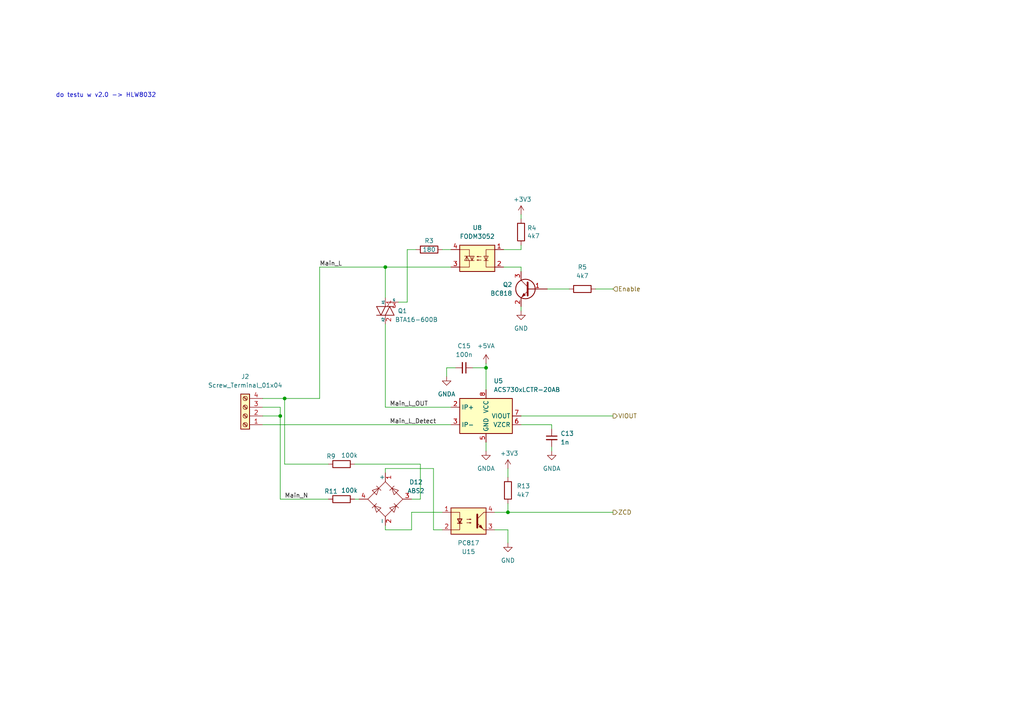
<source format=kicad_sch>
(kicad_sch (version 20231120) (generator "eeschema") (generator_version "8.0")
  (paper "A4")
  (lib_symbols
    (symbol "Connector:Screw_Terminal_01x04" (pin_names (offset 1.016) hide)
      (property "Reference" "J" (at 0 5.08 0))
      (property "Value" "Screw_Terminal_01x04" (at 0 -7.62 0))
      (symbol "Screw_Terminal_01x04_1_1"
        (rectangle (start -1.27 3.81) (end 1.27 -6.35) (stroke (width 0.254)) (fill (type background)))
        (circle (center 0 -5.08) (radius 0.635) (stroke (width 0.1524)))
        (circle (center 0 -2.54) (radius 0.635) (stroke (width 0.1524)))
        (polyline (pts (xy -0.5334 -4.7498) (xy 0.3302 -5.588)) (stroke (width 0.1524)))
        (polyline (pts (xy -0.5334 -2.2098) (xy 0.3302 -3.048)) (stroke (width 0.1524)))
        (polyline (pts (xy -0.5334 0.3302) (xy 0.3302 -0.508)) (stroke (width 0.1524)))
        (polyline (pts (xy -0.5334 2.8702) (xy 0.3302 2.032)) (stroke (width 0.1524)))
        (polyline (pts (xy -0.3556 -4.572) (xy 0.508 -5.4102)) (stroke (width 0.1524)))
        (polyline (pts (xy -0.3556 -2.032) (xy 0.508 -2.8702)) (stroke (width 0.1524)))
        (polyline (pts (xy -0.3556 0.508) (xy 0.508 -0.3302)) (stroke (width 0.1524)))
        (polyline (pts (xy -0.3556 3.048) (xy 0.508 2.2098)) (stroke (width 0.1524)))
        (circle (center 0 0) (radius 0.635) (stroke (width 0.1524)))
        (circle (center 0 2.54) (radius 0.635) (stroke (width 0.1524)))
        (pin passive line (at -5.08 2.54 0) (length 3.81) (name "Pin_1") (number "1"))
        (pin passive line (at -5.08 0 0) (length 3.81) (name "Pin_2") (number "2"))
        (pin passive line (at -5.08 -2.54 0) (length 3.81) (name "Pin_3") (number "3"))
        (pin passive line (at -5.08 -5.08 0) (length 3.81) (name "Pin_4") (number "4"))
      )
    )
    (symbol "Device:C_Small" (pin_numbers hide) (pin_names (offset 0.254) hide)
      (property "Reference" "C" (at 0.254 1.778 0))
      (property "Value" "C_Small" (at 0.254 -2.032 0))
      (symbol "C_Small_0_1"
        (polyline (pts (xy -1.524 -0.508) (xy 1.524 -0.508)) (stroke (width 0.3302)))
        (polyline (pts (xy -1.524 0.508) (xy 1.524 0.508)) (stroke (width 0.3048)))
      )
      (symbol "C_Small_1_1"
        (pin passive line (at 0 2.54 270) (length 2.032) (name "~") (number "1"))
        (pin passive line (at 0 -2.54 90) (length 2.032) (name "~") (number "2"))
      )
    )
    (symbol "Device:R" (pin_numbers hide) (pin_names (offset 0))
      (property "Reference" "R" (at 2.032 0 90))
      (property "Value" "R" (at 0 0 90))
      (symbol "R_0_1"
        (rectangle (start -1.016 -2.54) (end 1.016 2.54) (stroke (width 0.254)))
      )
      (symbol "R_1_1"
        (pin passive line (at 0 3.81 270) (length 1.27) (name "~") (number "1"))
        (pin passive line (at 0 -3.81 90) (length 1.27) (name "~") (number "2"))
      )
    )
    (symbol "Diode_Bridge:ABS2" (pin_names (offset 0))
      (property "Reference" "D" (at 2.54 6.985 0))
      (property "Value" "ABS2" (at 2.54 5.08 0))
      (symbol "ABS2_0_1"
        (polyline (pts (xy -2.54 3.81) (xy -1.27 2.54)))
        (polyline (pts (xy -1.27 -2.54) (xy -2.54 -3.81)))
        (polyline (pts (xy 2.54 -1.27) (xy 3.81 -2.54)))
        (polyline (pts (xy 2.54 1.27) (xy 3.81 2.54)))
        (polyline (pts (xy -3.81 2.54) (xy -2.54 1.27) (xy -1.905 3.175) (xy -3.81 2.54)))
        (polyline (pts (xy -2.54 -1.27) (xy -3.81 -2.54) (xy -1.905 -3.175) (xy -2.54 -1.27)))
        (polyline (pts (xy 1.27 2.54) (xy 2.54 3.81) (xy 3.175 1.905) (xy 1.27 2.54)))
        (polyline (pts (xy 3.175 -1.905) (xy 1.27 -2.54) (xy 2.54 -3.81) (xy 3.175 -1.905)))
        (polyline (pts (xy -5.08 0) (xy 0 -5.08) (xy 5.08 0) (xy 0 5.08) (xy -5.08 0)))
      )
      (symbol "ABS2_1_1"
        (pin passive line (at 7.62 0 180) (length 2.54) (name "+") (number "1"))
        (pin passive line (at -7.62 0 0) (length 2.54) (name "-") (number "2"))
        (pin passive line (at 0 -7.62 90) (length 2.54) (name "~") (number "3"))
        (pin passive line (at 0 7.62 270) (length 2.54) (name "~") (number "4"))
      )
    )
    (symbol "Isolator:PC817" (pin_names (offset 1.016))
      (property "Reference" "U" (at -5.08 5.08 0))
      (property "Value" "PC817" (at 0 5.08 0))
      (symbol "PC817_0_1"
        (rectangle (start -5.08 3.81) (end 5.08 -3.81) (stroke (width 0.254)) (fill (type background)))
        (polyline (pts (xy -3.175 -0.635) (xy -1.905 -0.635)) (stroke (width 0.254)))
        (polyline (pts (xy 2.54 0.635) (xy 4.445 2.54)))
        (polyline (pts (xy 4.445 -2.54) (xy 2.54 -0.635)) (fill (type outline)))
        (polyline (pts (xy 4.445 -2.54) (xy 5.08 -2.54)))
        (polyline (pts (xy 4.445 2.54) (xy 5.08 2.54)))
        (polyline (pts (xy -5.08 2.54) (xy -2.54 2.54) (xy -2.54 -0.635)))
        (polyline (pts (xy -2.54 -0.635) (xy -2.54 -2.54) (xy -5.08 -2.54)))
        (polyline (pts (xy 2.54 1.905) (xy 2.54 -1.905) (xy 2.54 -1.905)) (stroke (width 0.508)))
        (polyline (pts (xy -2.54 -0.635) (xy -3.175 0.635) (xy -1.905 0.635) (xy -2.54 -0.635)) (stroke (width 0.254)))
        (polyline (pts (xy -0.508 -0.508) (xy 0.762 -0.508) (xy 0.381 -0.635) (xy 0.381 -0.381) (xy 0.762 -0.508)))
        (polyline (pts (xy -0.508 0.508) (xy 0.762 0.508) (xy 0.381 0.381) (xy 0.381 0.635) (xy 0.762 0.508)))
        (polyline (pts (xy 3.048 -1.651) (xy 3.556 -1.143) (xy 4.064 -2.159) (xy 3.048 -1.651) (xy 3.048 -1.651)) (fill (type outline)))
      )
      (symbol "PC817_1_1"
        (pin passive line (at -7.62 2.54 0) (length 2.54) (name "~") (number "1"))
        (pin passive line (at -7.62 -2.54 0) (length 2.54) (name "~") (number "2"))
        (pin passive line (at 7.62 -2.54 180) (length 2.54) (name "~") (number "3"))
        (pin passive line (at 7.62 2.54 180) (length 2.54) (name "~") (number "4"))
      )
    )
    (symbol "Relay_SolidState:FODM3052"
      (property "Reference" "U" (at -5.08 5.08 0))
      (property "Value" "FODM3052" (at 0 5.08 0))
      (symbol "FODM3052_0_1"
        (rectangle (start -5.08 3.81) (end 5.08 -3.81) (stroke (width 0.254)) (fill (type background)))
        (polyline (pts (xy -3.175 -0.635) (xy -1.905 -0.635)))
        (polyline (pts (xy 1.524 -0.635) (xy 1.524 0.635)))
        (polyline (pts (xy 3.048 0.635) (xy 3.048 -0.635)))
        (polyline (pts (xy 2.286 -0.635) (xy 2.286 -2.54) (xy 5.08 -2.54)))
        (polyline (pts (xy 2.286 0.635) (xy 2.286 2.54) (xy 5.08 2.54)))
        (polyline (pts (xy -5.08 2.54) (xy -2.54 2.54) (xy -2.54 -2.54) (xy -5.08 -2.54)))
        (polyline (pts (xy -2.54 -0.635) (xy -3.175 0.635) (xy -1.905 0.635) (xy -2.54 -0.635)))
        (polyline (pts (xy 0.889 -0.635) (xy 3.683 -0.635) (xy 3.048 0.635) (xy 2.413 -0.635)))
        (polyline (pts (xy 3.683 0.635) (xy 0.889 0.635) (xy 1.524 -0.635) (xy 2.159 0.635)))
        (polyline (pts (xy -1.143 -0.508) (xy 0.127 -0.508) (xy -0.254 -0.635) (xy -0.254 -0.381) (xy 0.127 -0.508)))
        (polyline (pts (xy -1.143 0.508) (xy 0.127 0.508) (xy -0.254 0.381) (xy -0.254 0.635) (xy 0.127 0.508)))
      )
      (symbol "FODM3052_1_1"
        (pin passive line (at -7.62 2.54 0) (length 2.54) (name "~") (number "1"))
        (pin passive line (at -7.62 -2.54 0) (length 2.54) (name "~") (number "2"))
        (pin passive line (at 7.62 -2.54 180) (length 2.54) (name "~") (number "3"))
        (pin passive line (at 7.62 2.54 180) (length 2.54) (name "~") (number "4"))
      )
    )
    (symbol "Sensor_Current:ACS730xLCTR-20AB"
      (property "Reference" "U" (at -7.62 6.35 0))
      (property "Value" "ACS730xLCTR-20AB" (at 1.27 6.35 0))
      (symbol "ACS730xLCTR-20AB_0_1"
        (rectangle (start -7.62 5.08) (end 7.62 -5.08) (stroke (width 0.254)) (fill (type background)))
      )
      (symbol "ACS730xLCTR-20AB_1_1"
        (pin passive line (at -10.16 2.54 0) (length 2.54) hide (name "IP+") (number "1"))
        (pin passive line (at -10.16 2.54 0) (length 2.54) (name "IP+") (number "2"))
        (pin passive line (at -10.16 -2.54 0) (length 2.54) (name "IP-") (number "3"))
        (pin passive line (at -10.16 -2.54 0) (length 2.54) hide (name "IP-") (number "4"))
        (pin power_in line (at 0 -7.62 90) (length 2.54) (name "GND") (number "5"))
        (pin passive line (at 10.16 -2.54 180) (length 2.54) (name "VZCR") (number "6"))
        (pin output line (at 10.16 0 180) (length 2.54) (name "VIOUT") (number "7"))
        (pin power_in line (at 0 7.62 270) (length 2.54) (name "VCC") (number "8"))
      )
    )
    (symbol "Transistor_BJT:BC818" (pin_names (offset 0) hide)
      (property "Reference" "Q" (at 5.08 1.905 0))
      (property "Value" "BC818" (at 5.08 0 0))
      (symbol "BC818_0_1"
        (polyline (pts (xy 0.635 0.635) (xy 2.54 2.54)))
        (polyline (pts (xy 0.635 -0.635) (xy 2.54 -2.54) (xy 2.54 -2.54)))
        (polyline (pts (xy 0.635 1.905) (xy 0.635 -1.905) (xy 0.635 -1.905)) (stroke (width 0.508)))
        (polyline (pts (xy 1.27 -1.778) (xy 1.778 -1.27) (xy 2.286 -2.286) (xy 1.27 -1.778) (xy 1.27 -1.778)) (fill (type outline)))
        (circle (center 1.27 0) (radius 2.8194) (stroke (width 0.254)))
      )
      (symbol "BC818_1_1"
        (pin input line (at -5.08 0 0) (length 5.715) (name "B") (number "1"))
        (pin passive line (at 2.54 -5.08 90) (length 2.54) (name "E") (number "2"))
        (pin passive line (at 2.54 5.08 270) (length 2.54) (name "C") (number "3"))
      )
    )
    (symbol "Triac_Thyristor:BTA16-600B" (pin_names (offset 0))
      (property "Reference" "Q" (at 5.08 1.905 0))
      (property "Value" "BTA16-600B" (at 5.08 0 0))
      (symbol "BTA16-600B_0_1"
        (polyline (pts (xy -2.54 -1.27) (xy 2.54 -1.27)) (stroke (width 0.2032)))
        (polyline (pts (xy -2.54 1.27) (xy 2.54 1.27)) (stroke (width 0.2032)))
        (polyline (pts (xy -1.27 -2.54) (xy -0.635 -1.27)))
        (polyline (pts (xy -2.54 1.27) (xy -1.27 -1.27) (xy 0 1.27)) (stroke (width 0.2032)))
        (polyline (pts (xy 0 -1.27) (xy 1.27 1.27) (xy 2.54 -1.27)) (stroke (width 0.2032)))
      )
      (symbol "BTA16-600B_1_1"
        (pin passive line (at 0 -3.81 90) (length 2.54) (name "A1") (number "1"))
        (pin passive line (at 0 3.81 270) (length 2.54) (name "A2") (number "2"))
        (pin input line (at -3.81 -2.54 0) (length 2.54) (name "G") (number "3"))
      )
    )
    (symbol "power:+3.3V" (power) (pin_names (offset 0))
      (property "Value" "+3.3V" (at 0 3.556 0))
      (symbol "+3.3V_0_1"
        (polyline (pts (xy -0.762 1.27) (xy 0 2.54)))
        (polyline (pts (xy 0 0) (xy 0 2.54)))
        (polyline (pts (xy 0 2.54) (xy 0.762 1.27)))
      )
      (symbol "+3.3V_1_1"
        (pin power_in line (at 0 0 90) (length 0) hide (name "+3.3V") (number "1"))
      )
    )
    (symbol "power:+5VD" (power) (pin_numbers hide) (pin_names (offset 0) hide)
      (property "Value" "+5VD" (at 0 3.556 0))
      (symbol "+5VD_0_1"
        (polyline (pts (xy -0.762 1.27) (xy 0 2.54)))
        (polyline (pts (xy 0 0) (xy 0 2.54)))
        (polyline (pts (xy 0 2.54) (xy 0.762 1.27)))
      )
      (symbol "+5VD_1_1"
        (pin power_in line (at 0 0 90) (length 0) (name "~") (number "1"))
      )
    )
    (symbol "power:GND" (power) (pin_names (offset 0))
      (property "Value" "GND" (at 0 -3.81 0))
      (symbol "GND_0_1"
        (polyline (pts (xy 0 0) (xy 0 -1.27) (xy 1.27 -1.27) (xy 0 -2.54) (xy -1.27 -1.27) (xy 0 -1.27)))
      )
      (symbol "GND_1_1"
        (pin power_in line (at 0 0 270) (length 0) hide (name "GND") (number "1"))
      )
    )
  )
  (junction (at 140.97 106.68))
  (junction (at 111.76 77.47))
  (junction (at 147.32 148.59))
  (junction (at 82.55 115.57))
  (junction (at 81.28 120.65))
  (wire (pts (xy 82.55 115.57) (xy 92.71 115.57)))
  (wire (pts (xy 151.13 123.19) (xy 160.02 123.19)))
  (wire (pts (xy 118.11 72.39) (xy 120.65 72.39)))
  (wire (pts (xy 115.57 87.63) (xy 118.11 87.63)))
  (wire (pts (xy 147.32 148.59) (xy 177.8 148.59)))
  (wire (pts (xy 111.76 135.89) (xy 125.73 135.89)))
  (wire (pts (xy 81.28 120.65) (xy 81.28 144.78)))
  (wire (pts (xy 76.2 118.11) (xy 81.28 118.11)))
  (wire (pts (xy 147.32 153.67) (xy 147.32 157.48)))
  (wire (pts (xy 76.2 120.65) (xy 81.28 120.65)))
  (wire (pts (xy 160.02 129.54) (xy 160.02 130.81)))
  (wire (pts (xy 151.13 88.9) (xy 151.13 90.17)))
  (wire (pts (xy 76.2 123.19) (xy 130.81 123.19)))
  (wire (pts (xy 111.76 152.4) (xy 111.76 153.67)))
  (wire (pts (xy 160.02 123.19) (xy 160.02 124.46)))
  (wire (pts (xy 146.05 77.47) (xy 151.13 77.47)))
  (wire (pts (xy 121.92 134.62) (xy 121.92 144.78)))
  (wire (pts (xy 111.76 93.98) (xy 111.76 118.11)))
  (wire (pts (xy 143.51 148.59) (xy 147.32 148.59)))
  (wire (pts (xy 129.54 106.68) (xy 129.54 109.22)))
  (wire (pts (xy 92.71 77.47) (xy 111.76 77.47)))
  (wire (pts (xy 128.27 148.59) (xy 119.38 148.59)))
  (wire (pts (xy 172.72 83.82) (xy 177.8 83.82)))
  (wire (pts (xy 146.05 72.39) (xy 151.13 72.39)))
  (wire (pts (xy 140.97 105.41) (xy 140.97 106.68)))
  (wire (pts (xy 119.38 148.59) (xy 119.38 153.67)))
  (wire (pts (xy 82.55 115.57) (xy 82.55 134.62)))
  (wire (pts (xy 92.71 77.47) (xy 92.71 115.57)))
  (wire (pts (xy 81.28 118.11) (xy 81.28 120.65)))
  (wire (pts (xy 118.11 87.63) (xy 118.11 72.39)))
  (wire (pts (xy 111.76 77.47) (xy 111.76 86.36)))
  (wire (pts (xy 81.28 144.78) (xy 95.25 144.78)))
  (wire (pts (xy 111.76 137.16) (xy 111.76 135.89)))
  (wire (pts (xy 125.73 135.89) (xy 125.73 153.67)))
  (wire (pts (xy 143.51 153.67) (xy 147.32 153.67)))
  (wire (pts (xy 140.97 128.27) (xy 140.97 130.81)))
  (wire (pts (xy 151.13 71.12) (xy 151.13 72.39)))
  (wire (pts (xy 121.92 144.78) (xy 119.38 144.78)))
  (wire (pts (xy 137.16 106.68) (xy 140.97 106.68)))
  (wire (pts (xy 111.76 77.47) (xy 130.81 77.47)))
  (wire (pts (xy 151.13 77.47) (xy 151.13 78.74)))
  (wire (pts (xy 102.87 134.62) (xy 121.92 134.62)))
  (wire (pts (xy 119.38 153.67) (xy 111.76 153.67)))
  (wire (pts (xy 151.13 63.5) (xy 151.13 62.23)))
  (wire (pts (xy 125.73 153.67) (xy 128.27 153.67)))
  (wire (pts (xy 102.87 144.78) (xy 104.14 144.78)))
  (wire (pts (xy 140.97 106.68) (xy 140.97 113.03)))
  (wire (pts (xy 129.54 106.68) (xy 132.08 106.68)))
  (wire (pts (xy 128.27 72.39) (xy 130.81 72.39)))
  (wire (pts (xy 147.32 135.89) (xy 147.32 138.43)))
  (wire (pts (xy 111.76 118.11) (xy 130.81 118.11)))
  (wire (pts (xy 151.13 120.65) (xy 177.8 120.65)))
  (wire (pts (xy 82.55 134.62) (xy 95.25 134.62)))
  (wire (pts (xy 158.75 83.82) (xy 165.1 83.82)))
  (wire (pts (xy 147.32 146.05) (xy 147.32 148.59)))
  (wire (pts (xy 76.2 115.57) (xy 82.55 115.57)))
  (text "do testu w v2.0 -> HLW8032" (at 30.734 27.686 0) (effects (font (size 1.27 1.27))))
  (label "Main_L" (at 92.71 77.47 0))
  (label "Main_L_OUT" (at 113.03 118.11 0))
  (label "Main_N" (at 82.55 144.78 0))
  (label "Main_L_Detect" (at 113.03 123.19 0))
  (hierarchical_label "Enable" (shape input) (at 177.8 83.82 0))
  (hierarchical_label "VIOUT" (shape output) (at 177.8 120.65 0))
  (hierarchical_label "ZCD" (shape output) (at 177.8 148.59 0))
  (symbol (lib_id "Device:R") (at 99.06 144.78 90) (unit 1)
    (property "Reference" "R11" (at 96.012 142.494 90))
    (property "Value" "100k" (at 101.346 142.24 90))
    (property "Footprint" "Resistor_THT:R_Axial_DIN0207_L6.3mm_D2.5mm_P10.16mm_Horizontal" (effects (hide yes)))
    (instances (project "TempControllerMainBoard" (path "" (reference "R11") (unit 1)) (path "" (reference "R12") (unit 1))))
  )
  (symbol (lib_id "Transistor_BJT:BC818") (at 153.67 83.82 0) (mirror y) (unit 1)
    (property "Reference" "Q2" (at 148.59 82.55 0) (effects (justify left)))
    (property "Value" "BC818" (at 148.59 85.09 0) (effects (justify left)))
    (property "Footprint" "Package_TO_SOT_SMD:SOT-23" (effects (hide yes)))
    (property "Datasheet" "https://www.onsemi.com/pub/Collateral/BC818-D.pdf" (effects (hide yes)))
    (instances (project "TempControllerMainBoard" (path "" (reference "Q2") (unit 1)) (path "" (reference "Q4") (unit 1))))
  )
  (symbol (lib_id "Triac_Thyristor:BTA16-600B") (at 111.76 90.17 180) (unit 1)
    (property "Reference" "Q1" (at 118.11 90.17 0) (effects (justify left)))
    (property "Value" "BTA16-600B" (at 127 92.71 0) (effects (justify left)))
    (property "Footprint" "Package_TO_SOT_THT:TO-247-3_Horizontal_TabUp" (effects (hide yes)))
    (property "Datasheet" "https://www.st.com/resource/en/datasheet/bta16.pdf" (effects (hide yes)))
    (instances (project "TempControllerMainBoard" (path "" (reference "Q1") (unit 1)) (path "" (reference "Q3") (unit 1))))
  )
  (symbol (lib_id "Device:C_Small") (at 160.02 127 0) (unit 1)
    (property "Reference" "C13" (at 162.56 125.7362 0) (effects (justify left)))
    (property "Value" "1n" (at 162.56 128.2762 0) (effects (justify left)))
    (property "Footprint" "Capacitor_SMD:C_1206_3216Metric" (effects (hide yes)))
    (property "Description" "Unpolarized capacitor, small symbol" (effects (hide yes)))
    (instances (project "" (path "" (reference "C13") (unit 1)) (path "" (reference "C14") (unit 1))))
  )
  (symbol (lib_id "power:+3.3V") (at 147.32 135.89 0) (unit 1)
    (property "Reference" "#PWR048" (effects (hide yes)))
    (property "Value" "+3V3" (at 147.701 131.4958 0))
    (instances (project "TempControllerMainBoard" (path "" (reference "#PWR048") (unit 1)) (path "" (reference "#PWR049") (unit 1))))
  )
  (symbol (lib_id "Sensor_Current:ACS730xLCTR-20AB") (at 140.97 120.65 0) (unit 1)
    (property "Reference" "U5" (at 143.1641 110.49 0) (effects (justify left)))
    (property "Value" "ACS730xLCTR-20AB" (at 143.1641 113.03 0) (effects (justify left)))
    (property "Footprint" "Package_SO:SOIC-8_3.9x4.9mm_P1.27mm" (effects (hide yes)))
    (property "Datasheet" "http://www.allegromicro.com/~/media/Files/Datasheets/ACS730-Datasheet.ashx?la=en" (effects (hide yes)))
    (property "Description" "±20A Bidirectional Hall-Effect Current Sensor, +5.0V supply, 100mV/A, SOIC-8" (effects (hide yes)))
    (instances (project "" (path "" (reference "U5") (unit 1)) (path "" (reference "U6") (unit 1))))
  )
  (symbol (lib_id "Diode_Bridge:ABS2") (at 111.76 144.78 90) (unit 1)
    (property "Reference" "D12" (at 120.65 139.8268 90))
    (property "Value" "ABS2" (at 120.65 142.3668 90))
    (property "Footprint" "Diode_SMD:Diode_Bridge_Diotec_ABS" (effects (hide yes)))
    (property "Datasheet" "https://diotec.com/tl_files/diotec/files/pdf/datasheets/abs2.pdf" (effects (hide yes)))
    (property "Description" "Miniature Glass Passivated Single-Phase Surface Mount Bridge Rectifiers, 140V Vrms, 0.8A If, ABS SMD package" (effects (hide yes)))
    (instances (project "" (path "" (reference "D12") (unit 1)) (path "" (reference "D13") (unit 1))))
  )
  (symbol (lib_id "power:+3.3V") (at 151.13 62.23 0) (unit 1)
    (property "Reference" "#PWR025" (effects (hide yes)))
    (property "Value" "+3V3" (at 151.511 57.8358 0))
    (instances (project "TempControllerMainBoard" (path "" (reference "#PWR025") (unit 1)) (path "" (reference "#PWR027") (unit 1))))
  )
  (symbol (lib_id "Isolator:PC817") (at 135.89 151.13 0) (unit 1)
    (property "Reference" "U15" (at 135.89 160.02 0))
    (property "Value" "PC817" (at 135.89 157.48 0))
    (property "Footprint" "Package_DIP:DIP-4_W7.62mm" (effects (hide yes)))
    (property "Datasheet" "http://www.soselectronic.cz/a_info/resource/d/pc817.pdf" (effects (hide yes)))
    (property "Description" "DC Optocoupler, Vce 35V, CTR 50-300%, DIP-4" (effects (hide yes)))
    (instances (project "" (path "" (reference "U15") (unit 1)) (path "" (reference "U14") (unit 1))))
  )
  (symbol (lib_id "Connector:Screw_Terminal_01x04") (at 71.12 120.65 180) (unit 1)
    (property "Reference" "J2" (at 71.12 109.22 0))
    (property "Value" "Screw_Terminal_01x04" (at 71.12 111.76 0))
    (property "Footprint" "TerminalBlock_Phoenix:TerminalBlock_Phoenix_MKDS-3-4-5.08_1x04_P5.08mm_Horizontal" (effects (hide yes)))
    (property "Description" "Generic screw terminal, single row, 01x04, script generated (kicad-library-utils/schlib/autogen/connector/)" (effects (hide yes)))
    (instances (project "" (path "" (reference "J2") (unit 1)) (path "" (reference "J3") (unit 1))))
  )
  (symbol (lib_id "power:GND") (at 151.13 90.17 0) (unit 1)
    (property "Reference" "#PWR024" (effects (hide yes)))
    (property "Value" "GND" (at 151.13 95.25 0))
    (instances (project "TempControllerMainBoard" (path "" (reference "#PWR024") (unit 1)) (path "" (reference "#PWR026") (unit 1))))
  )
  (symbol (lib_id "Device:R") (at 168.91 83.82 90) (unit 1)
    (property "Reference" "R5" (at 168.91 77.47 90))
    (property "Value" "4k7" (at 168.91 80.01 90))
    (property "Footprint" "Resistor_SMD:R_1206_3216Metric" (effects (hide yes)))
    (instances (project "TempControllerMainBoard" (path "" (reference "R5") (unit 1)) (path "" (reference "R8") (unit 1))))
  )
  (symbol (lib_id "power:+5VD") (at 140.97 105.41 0) (unit 1)
    (property "Reference" "#PWR028" (effects (hide yes)))
    (property "Value" "+5VA" (at 140.97 100.33 0))
    (property "Description" "Power symbol creates a global label with name \"+5VD\"" (effects (hide yes)))
    (instances (project "" (path "" (reference "#PWR028") (unit 1)) (path "" (reference "#PWR029") (unit 1))))
  )
  (symbol (lib_id "power:GND") (at 147.32 157.48 0) (unit 1)
    (property "Reference" "#PWR050" (effects (hide yes)))
    (property "Value" "GND" (at 147.32 162.56 0))
    (instances (project "TempControllerMainBoard" (path "" (reference "#PWR050") (unit 1)) (path "" (reference "#PWR051") (unit 1))))
  )
  (symbol (lib_id "power:GND") (at 140.97 130.81 0) (unit 1)
    (property "Reference" "#PWR042" (effects (hide yes)))
    (property "Value" "GNDA" (at 140.97 135.89 0))
    (instances (project "TempControllerMainBoard" (path "" (reference "#PWR042") (unit 1)) (path "" (reference "#PWR043") (unit 1))))
  )
  (symbol (lib_id "Device:R") (at 147.32 142.24 180) (unit 1)
    (property "Reference" "R13" (at 149.86 140.9699 0) (effects (justify right)))
    (property "Value" "4k7" (at 149.86 143.5099 0) (effects (justify right)))
    (property "Footprint" "Resistor_SMD:R_1206_3216Metric" (effects (hide yes)))
    (instances (project "TempControllerMainBoard" (path "" (reference "R13") (unit 1)) (path "" (reference "R14") (unit 1))))
  )
  (symbol (lib_id "Device:R") (at 151.13 67.31 180) (unit 1)
    (property "Reference" "R4" (at 152.908 66.1416 0) (effects (justify right)))
    (property "Value" "4k7" (at 152.908 68.453 0) (effects (justify right)))
    (property "Footprint" "Resistor_SMD:R_1206_3216Metric" (effects (hide yes)))
    (instances (project "TempControllerMainBoard" (path "" (reference "R4") (unit 1)) (path "" (reference "R7") (unit 1))))
  )
  (symbol (lib_id "Relay_SolidState:FODM3052") (at 138.43 74.93 0) (mirror y) (unit 1)
    (property "Reference" "U8" (at 138.43 66.04 0))
    (property "Value" "FODM3052" (at 138.43 68.58 0))
    (property "Footprint" "Package_DIP:SMDIP-4_W7.62mm" (effects (hide yes)))
    (property "Datasheet" "https://www.onsemi.com/pub/Collateral/FODM3053_NF098-D.PDF" (effects (hide yes)))
    (property "Description" "Full Pitch Mini-Flat Random Phase Opto-Triac, Vdrm 600V, Ift 10mA, MFP 4L" (effects (hide yes)))
    (instances (project "" (path "" (reference "U8") (unit 1)) (path "" (reference "U13") (unit 1))))
  )
  (symbol (lib_id "Device:R") (at 99.06 134.62 90) (unit 1)
    (property "Reference" "R9" (at 96.012 132.334 90))
    (property "Value" "100k" (at 101.346 132.08 90))
    (property "Footprint" "Resistor_THT:R_Axial_DIN0207_L6.3mm_D2.5mm_P10.16mm_Horizontal" (effects (hide yes)))
    (instances (project "TempControllerMainBoard" (path "" (reference "R9") (unit 1)) (path "" (reference "R10") (unit 1))))
  )
  (symbol (lib_id "power:GND") (at 160.02 130.81 0) (unit 1)
    (property "Reference" "#PWR044" (effects (hide yes)))
    (property "Value" "GNDA" (at 160.02 135.89 0))
    (instances (project "TempControllerMainBoard" (path "" (reference "#PWR044") (unit 1)) (path "" (reference "#PWR045") (unit 1))))
  )
  (symbol (lib_id "power:GND") (at 129.54 109.22 0) (unit 1)
    (property "Reference" "#PWR046" (effects (hide yes)))
    (property "Value" "GNDA" (at 129.54 114.3 0))
    (instances (project "TempControllerMainBoard" (path "" (reference "#PWR046") (unit 1)) (path "" (reference "#PWR047") (unit 1))))
  )
  (symbol (lib_id "Device:C_Small") (at 134.62 106.68 270) (unit 1)
    (property "Reference" "C15" (at 134.6136 100.33 90))
    (property "Value" "100n" (at 134.6136 102.87 90))
    (property "Footprint" "Capacitor_SMD:C_1206_3216Metric" (effects (hide yes)))
    (property "Description" "Unpolarized capacitor, small symbol" (effects (hide yes)))
    (instances (project "TempControllerMainBoard" (path "" (reference "C15") (unit 1)) (path "" (reference "C16") (unit 1))))
  )
  (symbol (lib_id "Device:R") (at 124.46 72.39 270) (unit 1)
    (property "Reference" "R3" (at 124.46 69.85 90))
    (property "Value" "180" (at 124.46 72.39 90))
    (property "Footprint" "Resistor_SMD:R_2010_5025Metric" (effects (hide yes)))
    (instances (project "TempControllerMainBoard" (path "" (reference "R3") (unit 1)) (path "" (reference "R6") (unit 1))))
  )
)
</source>
